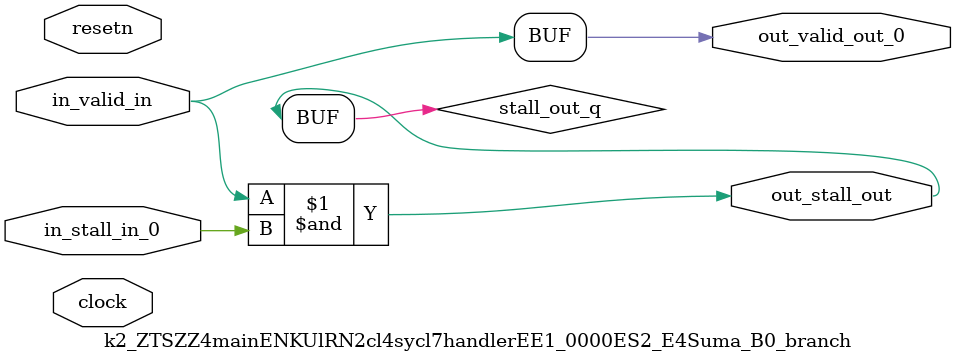
<source format=sv>



(* altera_attribute = "-name AUTO_SHIFT_REGISTER_RECOGNITION OFF; -name MESSAGE_DISABLE 10036; -name MESSAGE_DISABLE 10037; -name MESSAGE_DISABLE 14130; -name MESSAGE_DISABLE 14320; -name MESSAGE_DISABLE 15400; -name MESSAGE_DISABLE 14130; -name MESSAGE_DISABLE 10036; -name MESSAGE_DISABLE 12020; -name MESSAGE_DISABLE 12030; -name MESSAGE_DISABLE 12010; -name MESSAGE_DISABLE 12110; -name MESSAGE_DISABLE 14320; -name MESSAGE_DISABLE 13410; -name MESSAGE_DISABLE 113007; -name MESSAGE_DISABLE 10958" *)
module k2_ZTSZZ4mainENKUlRN2cl4sycl7handlerEE1_0000ES2_E4Suma_B0_branch (
    input wire [0:0] in_stall_in_0,
    input wire [0:0] in_valid_in,
    output wire [0:0] out_stall_out,
    output wire [0:0] out_valid_out_0,
    input wire clock,
    input wire resetn
    );

    wire [0:0] stall_out_q;


    // stall_out(LOGICAL,6)
    assign stall_out_q = in_valid_in & in_stall_in_0;

    // out_stall_out(GPOUT,4)
    assign out_stall_out = stall_out_q;

    // out_valid_out_0(GPOUT,5)
    assign out_valid_out_0 = in_valid_in;

endmodule

</source>
